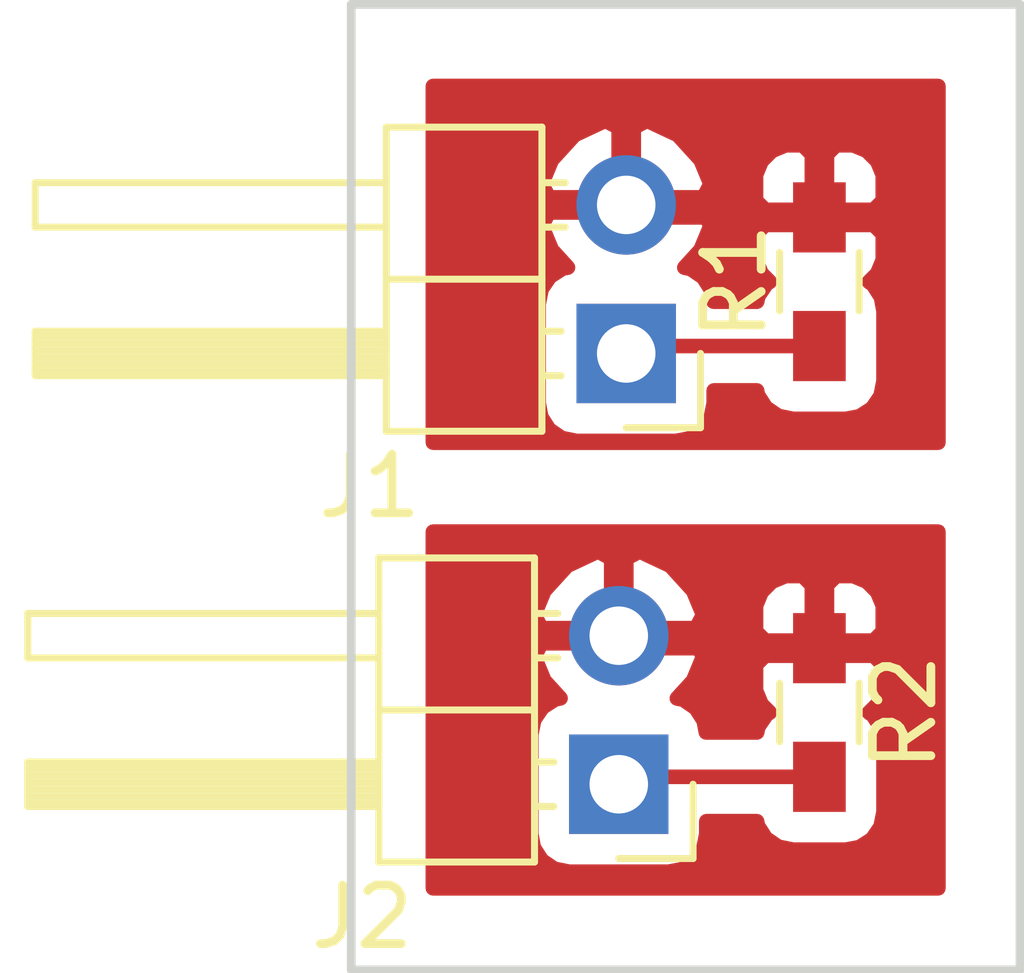
<source format=kicad_pcb>
(kicad_pcb (version 4) (host pcbnew 4.0.7-e2-6376~58~ubuntu16.04.1)

  (general
    (links 4)
    (no_connects 4)
    (area 115.494999 58.344999 127.075001 75.005001)
    (thickness 1.6)
    (drawings 5)
    (tracks 8)
    (zones 0)
    (modules 4)
    (nets 5)
  )

  (page A4)
  (title_block
    (date 2017-11-14)
  )

  (layers
    (0 F.Cu signal)
    (31 B.Cu signal)
    (32 B.Adhes user)
    (33 F.Adhes user)
    (34 B.Paste user)
    (35 F.Paste user)
    (36 B.SilkS user)
    (37 F.SilkS user)
    (38 B.Mask user)
    (39 F.Mask user)
    (40 Dwgs.User user)
    (41 Cmts.User user)
    (42 Eco1.User user)
    (43 Eco2.User user)
    (44 Edge.Cuts user)
    (45 Margin user)
    (46 B.CrtYd user)
    (47 F.CrtYd user)
    (48 B.Fab user)
    (49 F.Fab user)
  )

  (setup
    (last_trace_width 0.25)
    (trace_clearance 0.2)
    (zone_clearance 0.508)
    (zone_45_only no)
    (trace_min 0.2)
    (segment_width 0.2)
    (edge_width 0.15)
    (via_size 0.6)
    (via_drill 0.4)
    (via_min_size 0.4)
    (via_min_drill 0.3)
    (uvia_size 0.3)
    (uvia_drill 0.1)
    (uvias_allowed no)
    (uvia_min_size 0.2)
    (uvia_min_drill 0.1)
    (pcb_text_width 0.3)
    (pcb_text_size 1.5 1.5)
    (mod_edge_width 0.15)
    (mod_text_size 1 1)
    (mod_text_width 0.15)
    (pad_size 1.524 1.524)
    (pad_drill 0.762)
    (pad_to_mask_clearance 0.2)
    (aux_axis_origin 0 0)
    (visible_elements FFFFFF7F)
    (pcbplotparams
      (layerselection 0x00030_80000001)
      (usegerberextensions false)
      (excludeedgelayer true)
      (linewidth 0.100000)
      (plotframeref false)
      (viasonmask false)
      (mode 1)
      (useauxorigin false)
      (hpglpennumber 1)
      (hpglpenspeed 20)
      (hpglpendiameter 15)
      (hpglpenoverlay 2)
      (psnegative false)
      (psa4output false)
      (plotreference true)
      (plotvalue true)
      (plotinvisibletext false)
      (padsonsilk false)
      (subtractmaskfromsilk false)
      (outputformat 1)
      (mirror false)
      (drillshape 1)
      (scaleselection 1)
      (outputdirectory ""))
  )

  (net 0 "")
  (net 1 VCC2)
  (net 2 GND2)
  (net 3 VCC)
  (net 4 GND)

  (net_class Default "This is the default net class."
    (clearance 0.2)
    (trace_width 0.25)
    (via_dia 0.6)
    (via_drill 0.4)
    (uvia_dia 0.3)
    (uvia_drill 0.1)
    (add_net GND)
    (add_net GND2)
    (add_net VCC)
    (add_net VCC2)
  )

  (module Resistors_SMD:R_0603_HandSoldering (layer F.Cu) (tedit 58E0A804) (tstamp 5A0AEDD4)
    (at 123.571 63.162 90)
    (descr "Resistor SMD 0603, hand soldering")
    (tags "resistor 0603")
    (path /5A0AF3BB)
    (attr smd)
    (fp_text reference R1 (at 0 -1.45 90) (layer F.SilkS)
      (effects (font (size 1 1) (thickness 0.15)))
    )
    (fp_text value R (at 0 1.55 90) (layer F.Fab)
      (effects (font (size 1 1) (thickness 0.15)))
    )
    (fp_text user %R (at 0 0 90) (layer F.Fab)
      (effects (font (size 0.4 0.4) (thickness 0.075)))
    )
    (fp_line (start -0.8 0.4) (end -0.8 -0.4) (layer F.Fab) (width 0.1))
    (fp_line (start 0.8 0.4) (end -0.8 0.4) (layer F.Fab) (width 0.1))
    (fp_line (start 0.8 -0.4) (end 0.8 0.4) (layer F.Fab) (width 0.1))
    (fp_line (start -0.8 -0.4) (end 0.8 -0.4) (layer F.Fab) (width 0.1))
    (fp_line (start 0.5 0.68) (end -0.5 0.68) (layer F.SilkS) (width 0.12))
    (fp_line (start -0.5 -0.68) (end 0.5 -0.68) (layer F.SilkS) (width 0.12))
    (fp_line (start -1.96 -0.7) (end 1.95 -0.7) (layer F.CrtYd) (width 0.05))
    (fp_line (start -1.96 -0.7) (end -1.96 0.7) (layer F.CrtYd) (width 0.05))
    (fp_line (start 1.95 0.7) (end 1.95 -0.7) (layer F.CrtYd) (width 0.05))
    (fp_line (start 1.95 0.7) (end -1.96 0.7) (layer F.CrtYd) (width 0.05))
    (pad 1 smd rect (at -1.1 0 90) (size 1.2 0.9) (layers F.Cu F.Paste F.Mask)
      (net 1 VCC2))
    (pad 2 smd rect (at 1.1 0 90) (size 1.2 0.9) (layers F.Cu F.Paste F.Mask)
      (net 2 GND2))
    (model ${KISYS3DMOD}/Resistors_SMD.3dshapes/R_0603.wrl
      (at (xyz 0 0 0))
      (scale (xyz 1 1 1))
      (rotate (xyz 0 0 0))
    )
  )

  (module Resistors_SMD:R_0603_HandSoldering (layer F.Cu) (tedit 58E0A804) (tstamp 5A0AEDDA)
    (at 123.571 70.528 270)
    (descr "Resistor SMD 0603, hand soldering")
    (tags "resistor 0603")
    (path /5A0AF353)
    (attr smd)
    (fp_text reference R2 (at 0 -1.45 270) (layer F.SilkS)
      (effects (font (size 1 1) (thickness 0.15)))
    )
    (fp_text value R (at 0 1.55 270) (layer F.Fab)
      (effects (font (size 1 1) (thickness 0.15)))
    )
    (fp_text user %R (at 0 0 270) (layer F.Fab)
      (effects (font (size 0.4 0.4) (thickness 0.075)))
    )
    (fp_line (start -0.8 0.4) (end -0.8 -0.4) (layer F.Fab) (width 0.1))
    (fp_line (start 0.8 0.4) (end -0.8 0.4) (layer F.Fab) (width 0.1))
    (fp_line (start 0.8 -0.4) (end 0.8 0.4) (layer F.Fab) (width 0.1))
    (fp_line (start -0.8 -0.4) (end 0.8 -0.4) (layer F.Fab) (width 0.1))
    (fp_line (start 0.5 0.68) (end -0.5 0.68) (layer F.SilkS) (width 0.12))
    (fp_line (start -0.5 -0.68) (end 0.5 -0.68) (layer F.SilkS) (width 0.12))
    (fp_line (start -1.96 -0.7) (end 1.95 -0.7) (layer F.CrtYd) (width 0.05))
    (fp_line (start -1.96 -0.7) (end -1.96 0.7) (layer F.CrtYd) (width 0.05))
    (fp_line (start 1.95 0.7) (end 1.95 -0.7) (layer F.CrtYd) (width 0.05))
    (fp_line (start 1.95 0.7) (end -1.96 0.7) (layer F.CrtYd) (width 0.05))
    (pad 1 smd rect (at -1.1 0 270) (size 1.2 0.9) (layers F.Cu F.Paste F.Mask)
      (net 4 GND))
    (pad 2 smd rect (at 1.1 0 270) (size 1.2 0.9) (layers F.Cu F.Paste F.Mask)
      (net 3 VCC))
    (model ${KISYS3DMOD}/Resistors_SMD.3dshapes/R_0603.wrl
      (at (xyz 0 0 0))
      (scale (xyz 1 1 1))
      (rotate (xyz 0 0 0))
    )
  )

  (module Pin_Headers:Pin_Header_Angled_1x02_Pitch2.54mm (layer F.Cu) (tedit 59650532) (tstamp 5A0AEF04)
    (at 120.269 64.389 180)
    (descr "Through hole angled pin header, 1x02, 2.54mm pitch, 6mm pin length, single row")
    (tags "Through hole angled pin header THT 1x02 2.54mm single row")
    (path /5A0AF658)
    (fp_text reference J1 (at 4.385 -2.27 180) (layer F.SilkS)
      (effects (font (size 1 1) (thickness 0.15)))
    )
    (fp_text value Conn_01x02 (at 4.385 4.81 180) (layer F.Fab)
      (effects (font (size 1 1) (thickness 0.15)))
    )
    (fp_line (start 2.135 -1.27) (end 4.04 -1.27) (layer F.Fab) (width 0.1))
    (fp_line (start 4.04 -1.27) (end 4.04 3.81) (layer F.Fab) (width 0.1))
    (fp_line (start 4.04 3.81) (end 1.5 3.81) (layer F.Fab) (width 0.1))
    (fp_line (start 1.5 3.81) (end 1.5 -0.635) (layer F.Fab) (width 0.1))
    (fp_line (start 1.5 -0.635) (end 2.135 -1.27) (layer F.Fab) (width 0.1))
    (fp_line (start -0.32 -0.32) (end 1.5 -0.32) (layer F.Fab) (width 0.1))
    (fp_line (start -0.32 -0.32) (end -0.32 0.32) (layer F.Fab) (width 0.1))
    (fp_line (start -0.32 0.32) (end 1.5 0.32) (layer F.Fab) (width 0.1))
    (fp_line (start 4.04 -0.32) (end 10.04 -0.32) (layer F.Fab) (width 0.1))
    (fp_line (start 10.04 -0.32) (end 10.04 0.32) (layer F.Fab) (width 0.1))
    (fp_line (start 4.04 0.32) (end 10.04 0.32) (layer F.Fab) (width 0.1))
    (fp_line (start -0.32 2.22) (end 1.5 2.22) (layer F.Fab) (width 0.1))
    (fp_line (start -0.32 2.22) (end -0.32 2.86) (layer F.Fab) (width 0.1))
    (fp_line (start -0.32 2.86) (end 1.5 2.86) (layer F.Fab) (width 0.1))
    (fp_line (start 4.04 2.22) (end 10.04 2.22) (layer F.Fab) (width 0.1))
    (fp_line (start 10.04 2.22) (end 10.04 2.86) (layer F.Fab) (width 0.1))
    (fp_line (start 4.04 2.86) (end 10.04 2.86) (layer F.Fab) (width 0.1))
    (fp_line (start 1.44 -1.33) (end 1.44 3.87) (layer F.SilkS) (width 0.12))
    (fp_line (start 1.44 3.87) (end 4.1 3.87) (layer F.SilkS) (width 0.12))
    (fp_line (start 4.1 3.87) (end 4.1 -1.33) (layer F.SilkS) (width 0.12))
    (fp_line (start 4.1 -1.33) (end 1.44 -1.33) (layer F.SilkS) (width 0.12))
    (fp_line (start 4.1 -0.38) (end 10.1 -0.38) (layer F.SilkS) (width 0.12))
    (fp_line (start 10.1 -0.38) (end 10.1 0.38) (layer F.SilkS) (width 0.12))
    (fp_line (start 10.1 0.38) (end 4.1 0.38) (layer F.SilkS) (width 0.12))
    (fp_line (start 4.1 -0.32) (end 10.1 -0.32) (layer F.SilkS) (width 0.12))
    (fp_line (start 4.1 -0.2) (end 10.1 -0.2) (layer F.SilkS) (width 0.12))
    (fp_line (start 4.1 -0.08) (end 10.1 -0.08) (layer F.SilkS) (width 0.12))
    (fp_line (start 4.1 0.04) (end 10.1 0.04) (layer F.SilkS) (width 0.12))
    (fp_line (start 4.1 0.16) (end 10.1 0.16) (layer F.SilkS) (width 0.12))
    (fp_line (start 4.1 0.28) (end 10.1 0.28) (layer F.SilkS) (width 0.12))
    (fp_line (start 1.11 -0.38) (end 1.44 -0.38) (layer F.SilkS) (width 0.12))
    (fp_line (start 1.11 0.38) (end 1.44 0.38) (layer F.SilkS) (width 0.12))
    (fp_line (start 1.44 1.27) (end 4.1 1.27) (layer F.SilkS) (width 0.12))
    (fp_line (start 4.1 2.16) (end 10.1 2.16) (layer F.SilkS) (width 0.12))
    (fp_line (start 10.1 2.16) (end 10.1 2.92) (layer F.SilkS) (width 0.12))
    (fp_line (start 10.1 2.92) (end 4.1 2.92) (layer F.SilkS) (width 0.12))
    (fp_line (start 1.042929 2.16) (end 1.44 2.16) (layer F.SilkS) (width 0.12))
    (fp_line (start 1.042929 2.92) (end 1.44 2.92) (layer F.SilkS) (width 0.12))
    (fp_line (start -1.27 0) (end -1.27 -1.27) (layer F.SilkS) (width 0.12))
    (fp_line (start -1.27 -1.27) (end 0 -1.27) (layer F.SilkS) (width 0.12))
    (fp_line (start -1.8 -1.8) (end -1.8 4.35) (layer F.CrtYd) (width 0.05))
    (fp_line (start -1.8 4.35) (end 10.55 4.35) (layer F.CrtYd) (width 0.05))
    (fp_line (start 10.55 4.35) (end 10.55 -1.8) (layer F.CrtYd) (width 0.05))
    (fp_line (start 10.55 -1.8) (end -1.8 -1.8) (layer F.CrtYd) (width 0.05))
    (fp_text user %R (at 2.77 1.143 270) (layer F.Fab)
      (effects (font (size 1 1) (thickness 0.15)))
    )
    (pad 1 thru_hole rect (at 0 0 180) (size 1.7 1.7) (drill 1) (layers *.Cu *.Mask)
      (net 1 VCC2))
    (pad 2 thru_hole oval (at 0 2.54 180) (size 1.7 1.7) (drill 1) (layers *.Cu *.Mask)
      (net 2 GND2))
    (model ${KISYS3DMOD}/Pin_Headers.3dshapes/Pin_Header_Angled_1x02_Pitch2.54mm.wrl
      (at (xyz 0 0 0))
      (scale (xyz 1 1 1))
      (rotate (xyz 0 0 0))
    )
  )

  (module Pin_Headers:Pin_Header_Angled_1x02_Pitch2.54mm (layer F.Cu) (tedit 59650532) (tstamp 5A0AEF0A)
    (at 120.142 71.755 180)
    (descr "Through hole angled pin header, 1x02, 2.54mm pitch, 6mm pin length, single row")
    (tags "Through hole angled pin header THT 1x02 2.54mm single row")
    (path /5A0AF6C0)
    (fp_text reference J2 (at 4.385 -2.27 180) (layer F.SilkS)
      (effects (font (size 1 1) (thickness 0.15)))
    )
    (fp_text value Conn_01x02 (at 4.385 4.81 180) (layer F.Fab)
      (effects (font (size 1 1) (thickness 0.15)))
    )
    (fp_line (start 2.135 -1.27) (end 4.04 -1.27) (layer F.Fab) (width 0.1))
    (fp_line (start 4.04 -1.27) (end 4.04 3.81) (layer F.Fab) (width 0.1))
    (fp_line (start 4.04 3.81) (end 1.5 3.81) (layer F.Fab) (width 0.1))
    (fp_line (start 1.5 3.81) (end 1.5 -0.635) (layer F.Fab) (width 0.1))
    (fp_line (start 1.5 -0.635) (end 2.135 -1.27) (layer F.Fab) (width 0.1))
    (fp_line (start -0.32 -0.32) (end 1.5 -0.32) (layer F.Fab) (width 0.1))
    (fp_line (start -0.32 -0.32) (end -0.32 0.32) (layer F.Fab) (width 0.1))
    (fp_line (start -0.32 0.32) (end 1.5 0.32) (layer F.Fab) (width 0.1))
    (fp_line (start 4.04 -0.32) (end 10.04 -0.32) (layer F.Fab) (width 0.1))
    (fp_line (start 10.04 -0.32) (end 10.04 0.32) (layer F.Fab) (width 0.1))
    (fp_line (start 4.04 0.32) (end 10.04 0.32) (layer F.Fab) (width 0.1))
    (fp_line (start -0.32 2.22) (end 1.5 2.22) (layer F.Fab) (width 0.1))
    (fp_line (start -0.32 2.22) (end -0.32 2.86) (layer F.Fab) (width 0.1))
    (fp_line (start -0.32 2.86) (end 1.5 2.86) (layer F.Fab) (width 0.1))
    (fp_line (start 4.04 2.22) (end 10.04 2.22) (layer F.Fab) (width 0.1))
    (fp_line (start 10.04 2.22) (end 10.04 2.86) (layer F.Fab) (width 0.1))
    (fp_line (start 4.04 2.86) (end 10.04 2.86) (layer F.Fab) (width 0.1))
    (fp_line (start 1.44 -1.33) (end 1.44 3.87) (layer F.SilkS) (width 0.12))
    (fp_line (start 1.44 3.87) (end 4.1 3.87) (layer F.SilkS) (width 0.12))
    (fp_line (start 4.1 3.87) (end 4.1 -1.33) (layer F.SilkS) (width 0.12))
    (fp_line (start 4.1 -1.33) (end 1.44 -1.33) (layer F.SilkS) (width 0.12))
    (fp_line (start 4.1 -0.38) (end 10.1 -0.38) (layer F.SilkS) (width 0.12))
    (fp_line (start 10.1 -0.38) (end 10.1 0.38) (layer F.SilkS) (width 0.12))
    (fp_line (start 10.1 0.38) (end 4.1 0.38) (layer F.SilkS) (width 0.12))
    (fp_line (start 4.1 -0.32) (end 10.1 -0.32) (layer F.SilkS) (width 0.12))
    (fp_line (start 4.1 -0.2) (end 10.1 -0.2) (layer F.SilkS) (width 0.12))
    (fp_line (start 4.1 -0.08) (end 10.1 -0.08) (layer F.SilkS) (width 0.12))
    (fp_line (start 4.1 0.04) (end 10.1 0.04) (layer F.SilkS) (width 0.12))
    (fp_line (start 4.1 0.16) (end 10.1 0.16) (layer F.SilkS) (width 0.12))
    (fp_line (start 4.1 0.28) (end 10.1 0.28) (layer F.SilkS) (width 0.12))
    (fp_line (start 1.11 -0.38) (end 1.44 -0.38) (layer F.SilkS) (width 0.12))
    (fp_line (start 1.11 0.38) (end 1.44 0.38) (layer F.SilkS) (width 0.12))
    (fp_line (start 1.44 1.27) (end 4.1 1.27) (layer F.SilkS) (width 0.12))
    (fp_line (start 4.1 2.16) (end 10.1 2.16) (layer F.SilkS) (width 0.12))
    (fp_line (start 10.1 2.16) (end 10.1 2.92) (layer F.SilkS) (width 0.12))
    (fp_line (start 10.1 2.92) (end 4.1 2.92) (layer F.SilkS) (width 0.12))
    (fp_line (start 1.042929 2.16) (end 1.44 2.16) (layer F.SilkS) (width 0.12))
    (fp_line (start 1.042929 2.92) (end 1.44 2.92) (layer F.SilkS) (width 0.12))
    (fp_line (start -1.27 0) (end -1.27 -1.27) (layer F.SilkS) (width 0.12))
    (fp_line (start -1.27 -1.27) (end 0 -1.27) (layer F.SilkS) (width 0.12))
    (fp_line (start -1.8 -1.8) (end -1.8 4.35) (layer F.CrtYd) (width 0.05))
    (fp_line (start -1.8 4.35) (end 10.55 4.35) (layer F.CrtYd) (width 0.05))
    (fp_line (start 10.55 4.35) (end 10.55 -1.8) (layer F.CrtYd) (width 0.05))
    (fp_line (start 10.55 -1.8) (end -1.8 -1.8) (layer F.CrtYd) (width 0.05))
    (fp_text user %R (at 2.77 1.27 270) (layer F.Fab)
      (effects (font (size 1 1) (thickness 0.15)))
    )
    (pad 1 thru_hole rect (at 0 0 180) (size 1.7 1.7) (drill 1) (layers *.Cu *.Mask)
      (net 3 VCC))
    (pad 2 thru_hole oval (at 0 2.54 180) (size 1.7 1.7) (drill 1) (layers *.Cu *.Mask)
      (net 4 GND))
    (model ${KISYS3DMOD}/Pin_Headers.3dshapes/Pin_Header_Angled_1x02_Pitch2.54mm.wrl
      (at (xyz 0 0 0))
      (scale (xyz 1 1 1))
      (rotate (xyz 0 0 0))
    )
  )

  (gr_line (start 115.57 74.93) (end 115.57 74.803) (layer Edge.Cuts) (width 0.15))
  (gr_line (start 127 74.93) (end 115.57 74.93) (layer Edge.Cuts) (width 0.15))
  (gr_line (start 127 58.42) (end 127 74.93) (layer Edge.Cuts) (width 0.15))
  (gr_line (start 115.57 58.42) (end 127 58.42) (layer Edge.Cuts) (width 0.15))
  (gr_line (start 115.57 74.803) (end 115.57 58.42) (layer Edge.Cuts) (width 0.15))

  (segment (start 123.571 64.262) (end 120.396 64.262) (width 0.25) (layer F.Cu) (net 1))
  (segment (start 120.396 64.262) (end 120.269 64.389) (width 0.25) (layer F.Cu) (net 1))
  (segment (start 123.571 62.062) (end 120.482 62.062) (width 0.25) (layer F.Cu) (net 2))
  (segment (start 120.482 62.062) (end 120.269 61.849) (width 0.25) (layer F.Cu) (net 2))
  (segment (start 123.571 71.628) (end 120.269 71.628) (width 0.25) (layer F.Cu) (net 3))
  (segment (start 120.269 71.628) (end 120.142 71.755) (width 0.25) (layer F.Cu) (net 3))
  (segment (start 123.571 69.428) (end 120.355 69.428) (width 0.25) (layer F.Cu) (net 4))
  (segment (start 120.355 69.428) (end 120.142 69.215) (width 0.25) (layer F.Cu) (net 4))

  (zone (net 4) (net_name GND) (layer F.Cu) (tstamp 0) (hatch edge 0.508)
    (connect_pads (clearance 0.508))
    (min_thickness 0.254)
    (fill yes (arc_segments 16) (thermal_gap 0.508) (thermal_bridge_width 0.508))
    (polygon
      (pts
        (xy 116.84 67.31) (xy 125.73 67.31) (xy 125.73 73.66) (xy 116.84 73.66)
      )
    )
    (filled_polygon
      (pts
        (xy 125.603 73.533) (xy 116.967 73.533) (xy 116.967 70.905) (xy 118.64456 70.905) (xy 118.64456 72.605)
        (xy 118.688838 72.840317) (xy 118.82791 73.056441) (xy 119.04011 73.201431) (xy 119.292 73.25244) (xy 120.992 73.25244)
        (xy 121.227317 73.208162) (xy 121.443441 73.06909) (xy 121.588431 72.85689) (xy 121.63944 72.605) (xy 121.63944 72.388)
        (xy 122.503666 72.388) (xy 122.517838 72.463317) (xy 122.65691 72.679441) (xy 122.86911 72.824431) (xy 123.121 72.87544)
        (xy 124.021 72.87544) (xy 124.256317 72.831162) (xy 124.472441 72.69209) (xy 124.617431 72.47989) (xy 124.66844 72.228)
        (xy 124.66844 71.028) (xy 124.624162 70.792683) (xy 124.48509 70.576559) (xy 124.416994 70.530031) (xy 124.559327 70.387698)
        (xy 124.656 70.154309) (xy 124.656 69.71375) (xy 124.49725 69.555) (xy 123.698 69.555) (xy 123.698 69.575)
        (xy 123.444 69.575) (xy 123.444 69.555) (xy 122.64475 69.555) (xy 122.486 69.71375) (xy 122.486 70.154309)
        (xy 122.582673 70.387698) (xy 122.72391 70.528936) (xy 122.669559 70.56391) (xy 122.524569 70.77611) (xy 122.505961 70.868)
        (xy 121.632478 70.868) (xy 121.595162 70.669683) (xy 121.45609 70.453559) (xy 121.24389 70.308569) (xy 121.135893 70.286699)
        (xy 121.413645 69.981924) (xy 121.583476 69.57189) (xy 121.462155 69.342) (xy 120.269 69.342) (xy 120.269 69.362)
        (xy 120.015 69.362) (xy 120.015 69.342) (xy 118.821845 69.342) (xy 118.700524 69.57189) (xy 118.870355 69.981924)
        (xy 119.146501 70.284937) (xy 119.056683 70.301838) (xy 118.840559 70.44091) (xy 118.695569 70.65311) (xy 118.64456 70.905)
        (xy 116.967 70.905) (xy 116.967 68.85811) (xy 118.700524 68.85811) (xy 118.821845 69.088) (xy 120.015 69.088)
        (xy 120.015 67.894181) (xy 120.269 67.894181) (xy 120.269 69.088) (xy 121.462155 69.088) (xy 121.583476 68.85811)
        (xy 121.51869 68.701691) (xy 122.486 68.701691) (xy 122.486 69.14225) (xy 122.64475 69.301) (xy 123.444 69.301)
        (xy 123.444 68.35175) (xy 123.698 68.35175) (xy 123.698 69.301) (xy 124.49725 69.301) (xy 124.656 69.14225)
        (xy 124.656 68.701691) (xy 124.559327 68.468302) (xy 124.380699 68.289673) (xy 124.14731 68.193) (xy 123.85675 68.193)
        (xy 123.698 68.35175) (xy 123.444 68.35175) (xy 123.28525 68.193) (xy 122.99469 68.193) (xy 122.761301 68.289673)
        (xy 122.582673 68.468302) (xy 122.486 68.701691) (xy 121.51869 68.701691) (xy 121.413645 68.448076) (xy 121.023358 68.019817)
        (xy 120.498892 67.773514) (xy 120.269 67.894181) (xy 120.015 67.894181) (xy 119.785108 67.773514) (xy 119.260642 68.019817)
        (xy 118.870355 68.448076) (xy 118.700524 68.85811) (xy 116.967 68.85811) (xy 116.967 67.437) (xy 125.603 67.437)
      )
    )
  )
  (zone (net 2) (net_name GND2) (layer F.Cu) (tstamp 0) (hatch edge 0.508)
    (connect_pads (clearance 0.508))
    (min_thickness 0.254)
    (fill yes (arc_segments 16) (thermal_gap 0.508) (thermal_bridge_width 0.508))
    (polygon
      (pts
        (xy 116.84 59.69) (xy 125.73 59.69) (xy 125.73 66.04) (xy 116.84 66.04)
      )
    )
    (filled_polygon
      (pts
        (xy 125.603 65.913) (xy 116.967 65.913) (xy 116.967 63.539) (xy 118.77156 63.539) (xy 118.77156 65.239)
        (xy 118.815838 65.474317) (xy 118.95491 65.690441) (xy 119.16711 65.835431) (xy 119.419 65.88644) (xy 121.119 65.88644)
        (xy 121.354317 65.842162) (xy 121.570441 65.70309) (xy 121.715431 65.49089) (xy 121.76644 65.239) (xy 121.76644 65.022)
        (xy 122.503666 65.022) (xy 122.517838 65.097317) (xy 122.65691 65.313441) (xy 122.86911 65.458431) (xy 123.121 65.50944)
        (xy 124.021 65.50944) (xy 124.256317 65.465162) (xy 124.472441 65.32609) (xy 124.617431 65.11389) (xy 124.66844 64.862)
        (xy 124.66844 63.662) (xy 124.624162 63.426683) (xy 124.48509 63.210559) (xy 124.416994 63.164031) (xy 124.559327 63.021698)
        (xy 124.656 62.788309) (xy 124.656 62.34775) (xy 124.49725 62.189) (xy 123.698 62.189) (xy 123.698 62.209)
        (xy 123.444 62.209) (xy 123.444 62.189) (xy 122.64475 62.189) (xy 122.486 62.34775) (xy 122.486 62.788309)
        (xy 122.582673 63.021698) (xy 122.72391 63.162936) (xy 122.669559 63.19791) (xy 122.524569 63.41011) (xy 122.505961 63.502)
        (xy 121.759478 63.502) (xy 121.722162 63.303683) (xy 121.58309 63.087559) (xy 121.37089 62.942569) (xy 121.262893 62.920699)
        (xy 121.540645 62.615924) (xy 121.710476 62.20589) (xy 121.589155 61.976) (xy 120.396 61.976) (xy 120.396 61.996)
        (xy 120.142 61.996) (xy 120.142 61.976) (xy 118.948845 61.976) (xy 118.827524 62.20589) (xy 118.997355 62.615924)
        (xy 119.273501 62.918937) (xy 119.183683 62.935838) (xy 118.967559 63.07491) (xy 118.822569 63.28711) (xy 118.77156 63.539)
        (xy 116.967 63.539) (xy 116.967 61.49211) (xy 118.827524 61.49211) (xy 118.948845 61.722) (xy 120.142 61.722)
        (xy 120.142 60.528181) (xy 120.396 60.528181) (xy 120.396 61.722) (xy 121.589155 61.722) (xy 121.710476 61.49211)
        (xy 121.64569 61.335691) (xy 122.486 61.335691) (xy 122.486 61.77625) (xy 122.64475 61.935) (xy 123.444 61.935)
        (xy 123.444 60.98575) (xy 123.698 60.98575) (xy 123.698 61.935) (xy 124.49725 61.935) (xy 124.656 61.77625)
        (xy 124.656 61.335691) (xy 124.559327 61.102302) (xy 124.380699 60.923673) (xy 124.14731 60.827) (xy 123.85675 60.827)
        (xy 123.698 60.98575) (xy 123.444 60.98575) (xy 123.28525 60.827) (xy 122.99469 60.827) (xy 122.761301 60.923673)
        (xy 122.582673 61.102302) (xy 122.486 61.335691) (xy 121.64569 61.335691) (xy 121.540645 61.082076) (xy 121.150358 60.653817)
        (xy 120.625892 60.407514) (xy 120.396 60.528181) (xy 120.142 60.528181) (xy 119.912108 60.407514) (xy 119.387642 60.653817)
        (xy 118.997355 61.082076) (xy 118.827524 61.49211) (xy 116.967 61.49211) (xy 116.967 59.817) (xy 125.603 59.817)
      )
    )
  )
)

</source>
